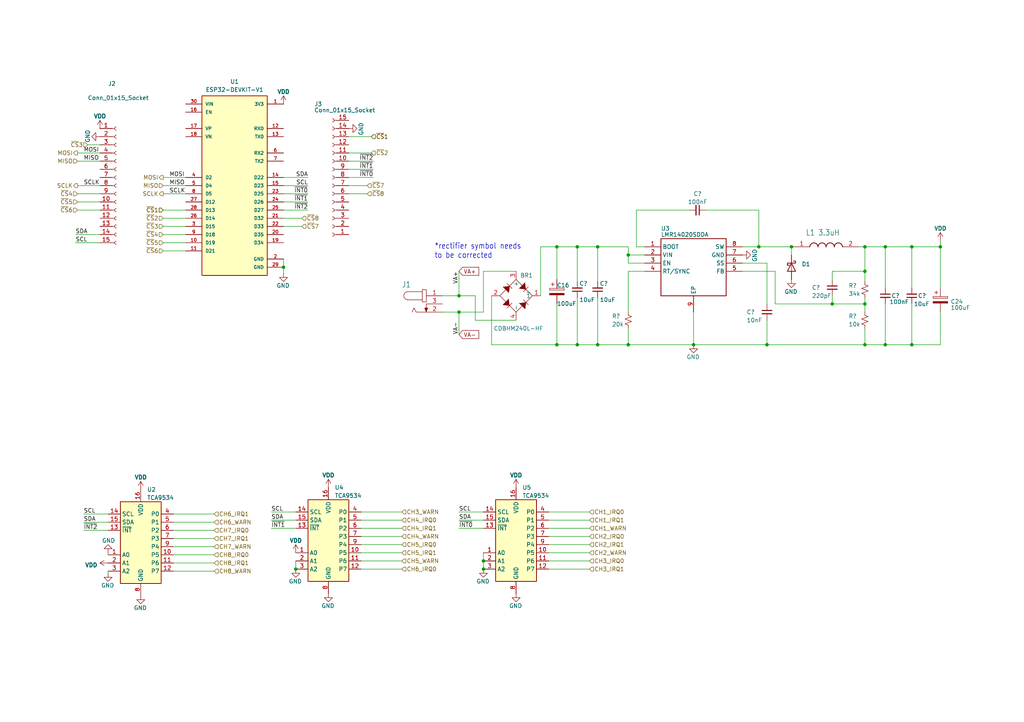
<source format=kicad_sch>
(kicad_sch (version 20230121) (generator eeschema)
  (paper "User" 318.77 224.79)
  (lib_symbols
    (symbol "6_channel_esp32_energy_meter-eagle-import:1273AS-H-3R3N=P3"
      (property "Reference" "L" (at 16.51 6.35 0))
      (symbol "1273AS-H-3R3N=P3_1_0"
        (arc (start 7.62 0) (mid 6.35 1.22) (end 5.08 0) (stroke (width 0.254)))
        (arc (start 10.16 0) (mid 8.89 1.22) (end 7.62 0) (stroke (width 0.254)))
        (arc (start 12.7 0) (mid 11.43 1.22) (end 10.16 0) (stroke (width 0.254)))
        (arc (start 15.24 0) (mid 13.97 1.22) (end 12.7 0) (stroke (width 0.254)))
        (pin power_in line (at 0 0 0) (length 5.08) (name "1") (number "1"))
        (pin power_in line (at 20.32 0 180) (length 5.08) (name "2") (number "2"))
      )
    )
    (symbol "6_channel_esp32_energy_meter-eagle-import:CDBHM240L-HF"
      (property "Reference" "BR" (at -11.43 5.08 0))
      (symbol "CDBHM240L-HF_1_0"
        (polyline (pts (xy -5.08 0) (xy 0 5.08)) (stroke (width 0.1524)))
        (polyline (pts (xy -1.27 -2.286) (xy -2.794 -3.81)) (stroke (width 0.1524)))
        (polyline (pts (xy -1.27 2.286) (xy -2.794 3.81)) (stroke (width 0.1524)))
        (polyline (pts (xy 0 -5.08) (xy -5.08 0)) (stroke (width 0.1524)))
        (polyline (pts (xy 0 5.08) (xy 5.08 0)) (stroke (width 0.1524)))
        (polyline (pts (xy 2.286 -1.27) (xy 3.81 -2.794)) (stroke (width 0.1524)))
        (polyline (pts (xy 2.286 1.27) (xy 3.81 2.794)) (stroke (width 0.1524)))
        (polyline (pts (xy 5.08 0) (xy 0 -5.08)) (stroke (width 0.1524)))
        (polyline (pts (xy -4.064 2.794) (xy -2.286 1.016) (xy -2.032 3.048)) (stroke (width 0.1524)) (fill (type outline)))
        (polyline (pts (xy -2.286 -1.016) (xy -4.064 -2.794) (xy -2.032 -3.048)) (stroke (width 0.1524)) (fill (type outline)))
        (polyline (pts (xy 1.016 -2.286) (xy 2.794 -4.064) (xy 3.048 -2.032)) (stroke (width 0.1524)) (fill (type outline)))
        (polyline (pts (xy 2.794 4.064) (xy 1.016 2.286) (xy 3.048 2.032)) (stroke (width 0.1524)) (fill (type outline)))
        (pin bidirectional line (at 7.62 0 180) (length 2.54) (name "~{1}") (number "1"))
        (pin bidirectional line (at -7.62 0 0) (length 2.54) (name "~") (number "2"))
        (pin bidirectional line (at 0 7.62 270) (length 2.54) (name "+") (number "3"))
        (pin bidirectional line (at 0 -7.62 90) (length 2.54) (name "-") (number "4"))
      )
    )
    (symbol "6_channel_esp32_energy_meter-eagle-import:LMR14020SDDA"
      (property "Reference" "IC" (at 26.67 7.62 0))
      (symbol "LMR14020SDDA_1_0"
        (polyline (pts (xy 5.08 2.54) (xy 5.08 -15.24)) (stroke (width 0.254)))
        (polyline (pts (xy 5.08 2.54) (xy 25.4 2.54)) (stroke (width 0.254)))
        (polyline (pts (xy 25.4 -15.24) (xy 5.08 -15.24)) (stroke (width 0.254)))
        (polyline (pts (xy 25.4 -15.24) (xy 25.4 2.54)) (stroke (width 0.254)))
        (pin bidirectional line (at 0 0 0) (length 5.08) (name "BOOT") (number "1"))
        (pin input line (at 0 -2.54 0) (length 5.08) (name "VIN") (number "2"))
        (pin bidirectional line (at 0 -5.08 0) (length 5.08) (name "EN") (number "3"))
        (pin bidirectional line (at 0 -7.62 0) (length 5.08) (name "RT/SYNC") (number "4"))
        (pin bidirectional line (at 30.48 -7.62 180) (length 5.08) (name "FB") (number "5"))
        (pin bidirectional line (at 30.48 -5.08 180) (length 5.08) (name "SS") (number "6"))
        (pin power_in line (at 30.48 -2.54 180) (length 5.08) (name "GND") (number "7"))
        (pin bidirectional line (at 30.48 0 180) (length 5.08) (name "SW") (number "8"))
        (pin power_in line (at 15.24 -20.32 90) (length 5.08) (name "EP") (number "9"))
      )
    )
    (symbol "Connector:Conn_01x15_Socket" (pin_names (offset 1.016) hide)
      (property "Reference" "J" (at 0 20.32 0))
      (property "Value" "Conn_01x15_Socket" (at 0 -20.32 0))
      (symbol "Conn_01x15_Socket_1_1"
        (arc (start 0 -17.272) (mid -0.5058 -17.78) (end 0 -18.288) (stroke (width 0.1524)))
        (arc (start 0 -14.732) (mid -0.5058 -15.24) (end 0 -15.748) (stroke (width 0.1524)))
        (arc (start 0 -12.192) (mid -0.5058 -12.7) (end 0 -13.208) (stroke (width 0.1524)))
        (arc (start 0 -9.652) (mid -0.5058 -10.16) (end 0 -10.668) (stroke (width 0.1524)))
        (arc (start 0 -7.112) (mid -0.5058 -7.62) (end 0 -8.128) (stroke (width 0.1524)))
        (arc (start 0 -4.572) (mid -0.5058 -5.08) (end 0 -5.588) (stroke (width 0.1524)))
        (arc (start 0 -2.032) (mid -0.5058 -2.54) (end 0 -3.048) (stroke (width 0.1524)))
        (polyline (pts (xy -1.27 -17.78) (xy -0.508 -17.78)) (stroke (width 0.1524)))
        (polyline (pts (xy -1.27 -15.24) (xy -0.508 -15.24)) (stroke (width 0.1524)))
        (polyline (pts (xy -1.27 -12.7) (xy -0.508 -12.7)) (stroke (width 0.1524)))
        (polyline (pts (xy -1.27 -10.16) (xy -0.508 -10.16)) (stroke (width 0.1524)))
        (polyline (pts (xy -1.27 -7.62) (xy -0.508 -7.62)) (stroke (width 0.1524)))
        (polyline (pts (xy -1.27 -5.08) (xy -0.508 -5.08)) (stroke (width 0.1524)))
        (polyline (pts (xy -1.27 -2.54) (xy -0.508 -2.54)) (stroke (width 0.1524)))
        (polyline (pts (xy -1.27 0) (xy -0.508 0)) (stroke (width 0.1524)))
        (polyline (pts (xy -1.27 2.54) (xy -0.508 2.54)) (stroke (width 0.1524)))
        (polyline (pts (xy -1.27 5.08) (xy -0.508 5.08)) (stroke (width 0.1524)))
        (polyline (pts (xy -1.27 7.62) (xy -0.508 7.62)) (stroke (width 0.1524)))
        (polyline (pts (xy -1.27 10.16) (xy -0.508 10.16)) (stroke (width 0.1524)))
        (polyline (pts (xy -1.27 12.7) (xy -0.508 12.7)) (stroke (width 0.1524)))
        (polyline (pts (xy -1.27 15.24) (xy -0.508 15.24)) (stroke (width 0.1524)))
        (polyline (pts (xy -1.27 17.78) (xy -0.508 17.78)) (stroke (width 0.1524)))
        (arc (start 0 0.508) (mid -0.5058 0) (end 0 -0.508) (stroke (width 0.1524)))
        (arc (start 0 3.048) (mid -0.5058 2.54) (end 0 2.032) (stroke (width 0.1524)))
        (arc (start 0 5.588) (mid -0.5058 5.08) (end 0 4.572) (stroke (width 0.1524)))
        (arc (start 0 8.128) (mid -0.5058 7.62) (end 0 7.112) (stroke (width 0.1524)))
        (arc (start 0 10.668) (mid -0.5058 10.16) (end 0 9.652) (stroke (width 0.1524)))
        (arc (start 0 13.208) (mid -0.5058 12.7) (end 0 12.192) (stroke (width 0.1524)))
        (arc (start 0 15.748) (mid -0.5058 15.24) (end 0 14.732) (stroke (width 0.1524)))
        (arc (start 0 18.288) (mid -0.5058 17.78) (end 0 17.272) (stroke (width 0.1524)))
        (pin passive line (at -5.08 17.78 0) (length 3.81) (name "Pin_1") (number "1"))
        (pin passive line (at -5.08 -5.08 0) (length 3.81) (name "Pin_10") (number "10"))
        (pin passive line (at -5.08 -7.62 0) (length 3.81) (name "Pin_11") (number "11"))
        (pin passive line (at -5.08 -10.16 0) (length 3.81) (name "Pin_12") (number "12"))
        (pin passive line (at -5.08 -12.7 0) (length 3.81) (name "Pin_13") (number "13"))
        (pin passive line (at -5.08 -15.24 0) (length 3.81) (name "Pin_14") (number "14"))
        (pin passive line (at -5.08 -17.78 0) (length 3.81) (name "Pin_15") (number "15"))
        (pin passive line (at -5.08 15.24 0) (length 3.81) (name "Pin_2") (number "2"))
        (pin passive line (at -5.08 12.7 0) (length 3.81) (name "Pin_3") (number "3"))
        (pin passive line (at -5.08 10.16 0) (length 3.81) (name "Pin_4") (number "4"))
        (pin passive line (at -5.08 7.62 0) (length 3.81) (name "Pin_5") (number "5"))
        (pin passive line (at -5.08 5.08 0) (length 3.81) (name "Pin_6") (number "6"))
        (pin passive line (at -5.08 2.54 0) (length 3.81) (name "Pin_7") (number "7"))
        (pin passive line (at -5.08 0 0) (length 3.81) (name "Pin_8") (number "8"))
        (pin passive line (at -5.08 -2.54 0) (length 3.81) (name "Pin_9") (number "9"))
      )
    )
    (symbol "Device:C_Polarized" (pin_numbers hide) (pin_names (offset 0.254))
      (property "Reference" "C" (at 0.635 2.54 0))
      (property "Value" "C_Polarized" (at 0.635 -2.54 0))
      (symbol "C_Polarized_0_1"
        (rectangle (start -2.286 0.508) (end 2.286 1.016))
        (polyline (pts (xy -1.778 2.286) (xy -0.762 2.286)))
        (polyline (pts (xy -1.27 2.794) (xy -1.27 1.778)))
        (rectangle (start 2.286 -0.508) (end -2.286 -1.016) (fill (type outline)))
      )
      (symbol "C_Polarized_1_1"
        (pin passive line (at 0 3.81 270) (length 2.794) (name "~") (number "1"))
        (pin passive line (at 0 -3.81 90) (length 2.794) (name "~") (number "2"))
      )
    )
    (symbol "Device:C_Small" (pin_numbers hide) (pin_names (offset 0.254) hide)
      (property "Reference" "C" (at 0.254 1.778 0))
      (property "Value" "C_Small" (at 0.254 -2.032 0))
      (symbol "C_Small_0_1"
        (polyline (pts (xy -1.524 -0.508) (xy 1.524 -0.508)) (stroke (width 0.3302)))
        (polyline (pts (xy -1.524 0.508) (xy 1.524 0.508)) (stroke (width 0.3048)))
      )
      (symbol "C_Small_1_1"
        (pin passive line (at 0 2.54 270) (length 2.032) (name "~") (number "1"))
        (pin passive line (at 0 -2.54 90) (length 2.032) (name "~") (number "2"))
      )
    )
    (symbol "Device:D_Schottky" (pin_numbers hide) (pin_names (offset 1.016) hide)
      (property "Reference" "D" (at 0 2.54 0))
      (property "Value" "D_Schottky" (at 0 -2.54 0))
      (symbol "D_Schottky_0_1"
        (polyline (pts (xy 1.27 0) (xy -1.27 0)))
        (polyline (pts (xy 1.27 1.27) (xy 1.27 -1.27) (xy -1.27 0) (xy 1.27 1.27)) (stroke (width 0.254)))
        (polyline (pts (xy -1.905 0.635) (xy -1.905 1.27) (xy -1.27 1.27) (xy -1.27 -1.27) (xy -0.635 -1.27) (xy -0.635 -0.635)) (stroke (width 0.254)))
      )
      (symbol "D_Schottky_1_1"
        (pin passive line (at -3.81 0 0) (length 2.54) (name "K") (number "1"))
        (pin passive line (at 3.81 0 180) (length 2.54) (name "A") (number "2"))
      )
    )
    (symbol "Device:R_Small_US" (pin_numbers hide) (pin_names (offset 0.254) hide)
      (property "Reference" "R" (at 0.762 0.508 0))
      (property "Value" "R_Small_US" (at 0.762 -1.016 0))
      (symbol "R_Small_US_1_1"
        (polyline (pts (xy 0 0) (xy 1.016 -0.381) (xy 0 -0.762) (xy -1.016 -1.143) (xy 0 -1.524)))
        (polyline (pts (xy 0 1.524) (xy 1.016 1.143) (xy 0 0.762) (xy -1.016 0.381) (xy 0 0)))
        (pin passive line (at 0 2.54 270) (length 1.016) (name "~") (number "1"))
        (pin passive line (at 0 -2.54 90) (length 1.016) (name "~") (number "2"))
      )
    )
    (symbol "Energy_Meter:ESP32-DEVKIT-V1" (pin_names (offset 1.016))
      (property "Reference" "U" (at -10.16 30.48 0))
      (property "Value" "ESP32-DEVKIT-V1" (at -10.16 -30.48 0))
      (symbol "ESP32-DEVKIT-V1_0_0"
        (rectangle (start -10.16 -27.94) (end 10.16 27.94) (stroke (width 0.254)) (fill (type background)))
        (pin output line (at 15.24 25.4 180) (length 5.08) (name "3V3") (number "1"))
        (pin bidirectional line (at -15.24 -17.78 0) (length 5.08) (name "D19") (number "10"))
        (pin bidirectional line (at -15.24 -20.32 0) (length 5.08) (name "D21") (number "11"))
        (pin input line (at 15.24 17.78 180) (length 5.08) (name "RX0") (number "12"))
        (pin output line (at 15.24 15.24 180) (length 5.08) (name "TX0") (number "13"))
        (pin bidirectional line (at 15.24 2.54 180) (length 5.08) (name "D22") (number "14"))
        (pin bidirectional line (at 15.24 0 180) (length 5.08) (name "D23") (number "15"))
        (pin input line (at -15.24 22.86 0) (length 5.08) (name "EN") (number "16"))
        (pin bidirectional line (at -15.24 17.78 0) (length 5.08) (name "VP") (number "17"))
        (pin bidirectional line (at -15.24 15.24 0) (length 5.08) (name "VN") (number "18"))
        (pin bidirectional line (at 15.24 -17.78 180) (length 5.08) (name "D34") (number "19"))
        (pin power_in line (at 15.24 -22.86 180) (length 5.08) (name "GND") (number "2"))
        (pin bidirectional line (at 15.24 -15.24 180) (length 5.08) (name "D35") (number "20"))
        (pin bidirectional line (at 15.24 -10.16 180) (length 5.08) (name "D32") (number "21"))
        (pin bidirectional line (at 15.24 -12.7 180) (length 5.08) (name "D33") (number "22"))
        (pin bidirectional line (at 15.24 -2.54 180) (length 5.08) (name "D25") (number "23"))
        (pin bidirectional line (at 15.24 -5.08 180) (length 5.08) (name "D26") (number "24"))
        (pin bidirectional line (at 15.24 -7.62 180) (length 5.08) (name "D27") (number "25"))
        (pin bidirectional line (at -15.24 -10.16 0) (length 5.08) (name "D14") (number "26"))
        (pin bidirectional line (at -15.24 -5.08 0) (length 5.08) (name "D12") (number "27"))
        (pin bidirectional line (at -15.24 -7.62 0) (length 5.08) (name "D13") (number "28"))
        (pin power_in line (at 15.24 -25.4 180) (length 5.08) (name "GND") (number "29"))
        (pin bidirectional line (at -15.24 -12.7 0) (length 5.08) (name "D15") (number "3"))
        (pin input line (at -15.24 25.4 0) (length 5.08) (name "VIN") (number "30"))
        (pin bidirectional line (at -15.24 2.54 0) (length 5.08) (name "D2") (number "4"))
        (pin bidirectional line (at -15.24 0 0) (length 5.08) (name "D4") (number "5"))
        (pin input line (at 15.24 10.16 180) (length 5.08) (name "RX2") (number "6"))
        (pin output line (at 15.24 7.62 180) (length 5.08) (name "TX2") (number "7"))
        (pin bidirectional line (at -15.24 -2.54 0) (length 5.08) (name "D5") (number "8"))
        (pin bidirectional line (at -15.24 -15.24 0) (length 5.08) (name "D18") (number "9"))
      )
    )
    (symbol "Energy_Meter:PJ-002AH-SMT-TR"
      (property "Reference" "J" (at -7.6313 5.0876 0))
      (symbol "PJ-002AH-SMT-TR_1_0"
        (arc (start -5.715 3.81) (mid -6.9795 2.54) (end -5.715 1.27) (stroke (width 0.1524)))
        (polyline (pts (xy -5.715 3.81) (xy -1.27 3.81)) (stroke (width 0.1524)))
        (polyline (pts (xy -3.81 -1.27) (xy -4.445 -2.54)) (stroke (width 0.1524)))
        (polyline (pts (xy -3.175 -2.54) (xy -3.81 -1.27)) (stroke (width 0.1524)))
        (polyline (pts (xy -1.27 0.635) (xy 0 0.635)) (stroke (width 0.1524)))
        (polyline (pts (xy -1.27 1.27) (xy -5.715 1.27)) (stroke (width 0.1524)))
        (polyline (pts (xy -1.27 1.27) (xy -1.27 0.635)) (stroke (width 0.1524)))
        (polyline (pts (xy -1.27 3.81) (xy -1.27 1.27)) (stroke (width 0.1524)))
        (polyline (pts (xy -1.27 4.445) (xy -1.27 3.81)) (stroke (width 0.1524)))
        (polyline (pts (xy 0 -2.54) (xy -3.175 -2.54)) (stroke (width 0.1524)))
        (polyline (pts (xy 0 0) (xy 0 -2.54)) (stroke (width 0.1524)))
        (polyline (pts (xy 0 0.635) (xy 0 4.445)) (stroke (width 0.1524)))
        (polyline (pts (xy 0 4.445) (xy -1.27 4.445)) (stroke (width 0.1524)))
        (polyline (pts (xy 0 -2.54) (xy -0.508 -1.27) (xy 0.508 -1.27)) (stroke (width 0.1524)) (fill (type outline)))
        (pin passive line (at 5.08 2.54 180) (length 5.08) (name "1") (number "1"))
        (pin passive line (at 5.08 2.54 180) (length 5.08) (name "1") (number "1"))
        (pin passive line (at 5.08 -2.54 180) (length 5.08) (name "2") (number "2"))
        (pin passive line (at 5.08 0 180) (length 5.08) (name "3") (number "3"))
      )
    )
    (symbol "Interface_Expansion:TCA9534"
      (property "Reference" "U" (at -6.35 12.7 0))
      (property "Value" "TCA9534" (at 2.54 12.7 0))
      (symbol "TCA9534_0_1"
        (rectangle (start -6.35 -13.97) (end 6.35 11.43) (stroke (width 0.254)) (fill (type background)))
      )
      (symbol "TCA9534_1_1"
        (pin input line (at -10.16 -5.08 0) (length 3.81) (name "A0") (number "1"))
        (pin bidirectional line (at 10.16 -5.08 180) (length 3.81) (name "P5") (number "10"))
        (pin bidirectional line (at 10.16 -7.62 180) (length 3.81) (name "P6") (number "11"))
        (pin bidirectional line (at 10.16 -10.16 180) (length 3.81) (name "P7") (number "12"))
        (pin open_collector line (at -10.16 2.54 0) (length 3.81) (name "~{INT}") (number "13"))
        (pin input line (at -10.16 7.62 0) (length 3.81) (name "SCL") (number "14"))
        (pin bidirectional line (at -10.16 5.08 0) (length 3.81) (name "SDA") (number "15"))
        (pin power_in line (at 0 15.24 270) (length 3.81) (name "VDD") (number "16"))
        (pin input line (at -10.16 -7.62 0) (length 3.81) (name "A1") (number "2"))
        (pin input line (at -10.16 -10.16 0) (length 3.81) (name "A2") (number "3"))
        (pin bidirectional line (at 10.16 7.62 180) (length 3.81) (name "P0") (number "4"))
        (pin bidirectional line (at 10.16 5.08 180) (length 3.81) (name "P1") (number "5"))
        (pin bidirectional line (at 10.16 2.54 180) (length 3.81) (name "P2") (number "6"))
        (pin bidirectional line (at 10.16 0 180) (length 3.81) (name "P3") (number "7"))
        (pin power_in line (at 0 -17.78 90) (length 3.81) (name "GND") (number "8"))
        (pin bidirectional line (at 10.16 -2.54 180) (length 3.81) (name "P4") (number "9"))
      )
    )
    (symbol "power:GND" (power) (pin_names (offset 0))
      (property "Value" "GND" (at 0 -3.81 0))
      (symbol "GND_0_1"
        (polyline (pts (xy 0 0) (xy 0 -1.27) (xy 1.27 -1.27) (xy 0 -2.54) (xy -1.27 -1.27) (xy 0 -1.27)))
      )
      (symbol "GND_1_1"
        (pin power_in line (at 0 0 270) (length 0) hide (name "GND") (number "1"))
      )
    )
    (symbol "power:VDD" (power) (pin_names (offset 0))
      (property "Value" "VDD" (at 0 3.81 0))
      (symbol "VDD_0_1"
        (polyline (pts (xy -0.762 1.27) (xy 0 2.54)))
        (polyline (pts (xy 0 0) (xy 0 2.54)))
        (polyline (pts (xy 0 2.54) (xy 0.762 1.27)))
      )
      (symbol "VDD_1_1"
        (pin power_in line (at 0 0 90) (length 0) hide (name "VDD") (number "1"))
      )
    )
  )
  (junction (at 179.705 76.835))
  (junction (at 269.24 76.835))
  (junction (at 142.875 97.155))
  (junction (at 275.59 76.835))
  (junction (at 195.58 107.315))
  (junction (at 88.265 83.185))
  (junction (at 236.22 76.835))
  (junction (at 173.355 107.315))
  (junction (at 269.24 107.315))
  (junction (at 179.705 107.315))
  (junction (at 259.08 94.615))
  (junction (at 150.495 174.625))
  (junction (at 215.9 107.315))
  (junction (at 150.495 177.165))
  (junction (at 186.055 107.315))
  (junction (at 269.24 94.615))
  (junction (at 92.075 177.165))
  (junction (at 283.845 107.315))
  (junction (at 186.055 76.835))
  (junction (at 195.58 79.375))
  (junction (at 246.38 76.835))
  (junction (at 283.845 76.835))
  (junction (at 238.76 107.315))
  (junction (at 142.875 92.075))
  (junction (at 292.735 76.835))
  (junction (at 275.59 107.315))
  (junction (at 269.24 84.455))
  (junction (at 173.355 76.835))
  (wire (pts (xy 283.845 107.315) (xy 292.735 107.315)) (stroke (width 0.1524)))
  (wire (pts (xy 88.265 85.09) (xy 88.265 83.185)))
  (wire (pts (xy 269.24 97.155) (xy 269.24 94.615)) (stroke (width 0.1524)))
  (wire (pts (xy 275.59 94.615) (xy 275.59 107.315)))
  (wire (pts (xy 50.8 73.025) (xy 57.785 73.025)))
  (wire (pts (xy 50.8 75.565) (xy 57.785 75.565)))
  (wire (pts (xy 114.3 57.785) (xy 108.585 57.785)))
  (wire (pts (xy 195.58 79.375) (xy 195.58 81.915)) (stroke (width 0.1524)))
  (wire (pts (xy 198.12 65.405) (xy 198.12 69.215)))
  (wire (pts (xy 259.08 84.455) (xy 269.24 84.455)) (stroke (width 0.1524)))
  (wire (pts (xy 50.8 78.105) (xy 57.785 78.105)))
  (wire (pts (xy 236.22 76.835) (xy 246.38 76.835)) (stroke (width 0.1524)))
  (wire (pts (xy 150.495 174.625) (xy 150.495 177.165)))
  (wire (pts (xy 112.395 164.465) (xy 125.095 164.465)))
  (wire (pts (xy 195.58 102.235) (xy 195.58 107.315)) (stroke (width 0.1524)))
  (wire (pts (xy 195.58 84.455) (xy 195.58 92.075)) (stroke (width 0.1524)))
  (wire (pts (xy 112.395 172.085) (xy 125.095 172.085)))
  (wire (pts (xy 238.76 107.315) (xy 269.24 107.315)) (stroke (width 0.1524)))
  (wire (pts (xy 269.24 76.835) (xy 267.335 76.835)))
  (wire (pts (xy 153.035 107.315) (xy 173.355 107.315)))
  (wire (pts (xy 215.9 107.315) (xy 238.76 107.315)) (stroke (width 0.1524)))
  (wire (pts (xy 142.875 159.385) (xy 150.495 159.385)))
  (wire (pts (xy 231.14 76.835) (xy 236.22 76.835)) (stroke (width 0.1524)))
  (wire (pts (xy 198.12 69.215) (xy 198.12 76.835)) (stroke (width 0.1524)))
  (wire (pts (xy 173.355 94.615) (xy 173.355 107.315)))
  (wire (pts (xy 114.3 60.325) (xy 108.585 60.325)))
  (wire (pts (xy 173.355 107.315) (xy 179.705 107.315)))
  (wire (pts (xy 50.8 55.245) (xy 57.785 55.245)))
  (wire (pts (xy 238.76 81.915) (xy 238.76 94.615)) (stroke (width 0.1524)))
  (wire (pts (xy 259.08 92.075) (xy 259.08 94.615)))
  (wire (pts (xy 26.035 160.02) (xy 33.655 160.02)))
  (wire (pts (xy 115.57 42.545) (xy 108.585 42.545)))
  (wire (pts (xy 150.495 84.455) (xy 160.655 84.455)) (stroke (width 0.1524)))
  (wire (pts (xy 179.705 92.71) (xy 179.705 94.615)))
  (wire (pts (xy 283.845 76.835) (xy 292.735 76.835)))
  (wire (pts (xy 53.975 175.26) (xy 66.675 175.26)))
  (wire (pts (xy 219.71 65.405) (xy 236.22 65.405)))
  (wire (pts (xy 170.815 159.385) (xy 183.515 159.385)))
  (wire (pts (xy 179.705 107.315) (xy 186.055 107.315)))
  (wire (pts (xy 53.975 177.8) (xy 66.675 177.8)))
  (wire (pts (xy 186.055 92.71) (xy 186.055 107.315)))
  (wire (pts (xy 170.815 177.165) (xy 183.515 177.165)))
  (wire (pts (xy 112.395 167.005) (xy 125.095 167.005)))
  (wire (pts (xy 187.325 107.315) (xy 195.58 107.315)) (stroke (width 0.1524)))
  (wire (pts (xy 50.8 57.785) (xy 57.785 57.785)))
  (wire (pts (xy 150.495 97.155) (xy 150.495 84.455)) (stroke (width 0.1524)))
  (wire (pts (xy 170.815 169.545) (xy 183.515 169.545)))
  (wire (pts (xy 88.265 65.405) (xy 95.885 65.405)))
  (wire (pts (xy 269.24 76.835) (xy 275.59 76.835)))
  (wire (pts (xy 283.845 76.835) (xy 283.845 89.535)))
  (wire (pts (xy 292.735 74.93) (xy 292.735 76.835)))
  (wire (pts (xy 92.075 174.625) (xy 92.075 177.165)))
  (wire (pts (xy 50.8 67.945) (xy 57.785 67.945)))
  (wire (pts (xy 108.585 52.705) (xy 116.205 52.705)))
  (wire (pts (xy 269.24 84.455) (xy 269.24 87.63)))
  (wire (pts (xy 269.24 76.835) (xy 269.24 84.455)))
  (wire (pts (xy 179.705 87.63) (xy 179.705 76.835)) (stroke (width 0.1524)))
  (wire (pts (xy 142.875 97.155) (xy 142.875 104.14)) (stroke (width 0.1524)))
  (wire (pts (xy 179.705 76.835) (xy 186.055 76.835)))
  (wire (pts (xy 112.395 159.385) (xy 125.095 159.385)))
  (wire (pts (xy 186.055 76.835) (xy 186.055 87.63)))
  (wire (pts (xy 53.975 170.18) (xy 66.675 170.18)))
  (wire (pts (xy 170.815 161.925) (xy 183.515 161.925)))
  (wire (pts (xy 26.035 165.1) (xy 33.655 165.1)))
  (wire (pts (xy 170.815 174.625) (xy 183.515 174.625)))
  (wire (pts (xy 115.57 47.625) (xy 108.585 47.625)))
  (wire (pts (xy 84.455 161.925) (xy 92.075 161.925)))
  (wire (pts (xy 173.355 76.835) (xy 173.355 86.995)))
  (wire (pts (xy 24.13 65.405) (xy 31.115 65.405)))
  (wire (pts (xy 195.58 107.315) (xy 215.9 107.315)) (stroke (width 0.1524)))
  (wire (pts (xy 241.3 84.455) (xy 241.3 94.615)) (stroke (width 0.1524)))
  (wire (pts (xy 153.035 92.075) (xy 153.035 107.315)) (stroke (width 0.1524)))
  (wire (pts (xy 195.58 81.915) (xy 200.66 81.915)) (stroke (width 0.1524)))
  (wire (pts (xy 93.98 67.945) (xy 88.265 67.945)))
  (wire (pts (xy 170.815 164.465) (xy 183.515 164.465)))
  (wire (pts (xy 26.035 162.56) (xy 33.655 162.56)))
  (wire (pts (xy 170.815 167.005) (xy 183.515 167.005)))
  (wire (pts (xy 33.655 172.085) (xy 33.655 172.72)))
  (wire (pts (xy 186.055 76.835) (xy 187.325 76.835)))
  (wire (pts (xy 292.735 89.535) (xy 292.735 76.835)))
  (wire (pts (xy 275.59 76.835) (xy 283.845 76.835)))
  (wire (pts (xy 241.3 94.615) (xy 259.08 94.615)) (stroke (width 0.1524)))
  (wire (pts (xy 24.13 60.325) (xy 31.115 60.325)))
  (wire (pts (xy 259.08 84.455) (xy 259.08 86.995)))
  (wire (pts (xy 95.885 57.785) (xy 88.265 57.785)))
  (wire (pts (xy 283.845 94.615) (xy 283.845 107.315)))
  (wire (pts (xy 269.24 107.315) (xy 275.59 107.315)) (stroke (width 0.1524)))
  (wire (pts (xy 95.885 55.245) (xy 88.265 55.245)))
  (wire (pts (xy 50.8 60.325) (xy 57.785 60.325)))
  (wire (pts (xy 292.735 107.315) (xy 292.735 97.155)) (stroke (width 0.1524)))
  (wire (pts (xy 168.275 92.075) (xy 168.275 76.835)) (stroke (width 0.1524)))
  (wire (pts (xy 170.815 172.085) (xy 183.515 172.085)))
  (wire (pts (xy 236.22 65.405) (xy 236.22 69.215)))
  (wire (pts (xy 93.98 70.485) (xy 88.265 70.485)))
  (wire (pts (xy 84.455 159.385) (xy 92.075 159.385)))
  (wire (pts (xy 24.13 50.165) (xy 31.115 50.165)))
  (wire (pts (xy 24.13 57.785) (xy 31.115 57.785)))
  (wire (pts (xy 147.955 92.075) (xy 147.955 99.695)) (stroke (width 0.1524)))
  (wire (pts (xy 137.795 97.155) (xy 142.875 97.155)) (stroke (width 0.1524)))
  (wire (pts (xy 187.325 76.835) (xy 195.58 76.835)) (stroke (width 0.1524)))
  (wire (pts (xy 269.24 92.71) (xy 269.24 94.615)))
  (wire (pts (xy 236.22 76.835) (xy 236.22 69.215)) (stroke (width 0.1524)))
  (wire (pts (xy 173.355 76.835) (xy 179.705 76.835)) (stroke (width 0.1524)))
  (wire (pts (xy 150.495 172.085) (xy 150.495 174.625)))
  (wire (pts (xy 23.495 75.565) (xy 31.115 75.565)))
  (wire (pts (xy 142.875 164.465) (xy 150.495 164.465)))
  (wire (pts (xy 53.975 162.56) (xy 66.675 162.56)))
  (wire (pts (xy 195.58 92.075) (xy 195.58 97.155)))
  (wire (pts (xy 23.495 73.025) (xy 31.115 73.025)))
  (wire (pts (xy 112.395 174.625) (xy 125.095 174.625)))
  (wire (pts (xy 24.13 47.625) (xy 31.115 47.625)))
  (wire (pts (xy 27.305 45.085) (xy 31.115 45.085)))
  (wire (pts (xy 112.395 177.165) (xy 125.095 177.165)))
  (wire (pts (xy 198.12 76.835) (xy 200.66 76.835)) (stroke (width 0.1524)))
  (wire (pts (xy 269.24 102.235) (xy 269.24 107.315)))
  (wire (pts (xy 53.975 167.64) (xy 66.675 167.64)))
  (wire (pts (xy 214.63 65.405) (xy 198.12 65.405)))
  (wire (pts (xy 142.875 161.925) (xy 150.495 161.925)))
  (wire (pts (xy 142.875 97.155) (xy 150.495 97.155)) (stroke (width 0.1524)))
  (wire (pts (xy 84.455 164.465) (xy 92.075 164.465)))
  (wire (pts (xy 108.585 55.245) (xy 116.205 55.245)))
  (wire (pts (xy 275.59 107.315) (xy 283.845 107.315)) (stroke (width 0.1524)))
  (wire (pts (xy 259.08 94.615) (xy 269.24 94.615)) (stroke (width 0.1524)))
  (wire (pts (xy 246.38 76.835) (xy 247.015 76.835)) (stroke (width 0.1524)))
  (wire (pts (xy 246.38 76.835) (xy 246.38 79.375)) (stroke (width 0.1524)))
  (wire (pts (xy 50.8 70.485) (xy 57.785 70.485)))
  (wire (pts (xy 195.58 76.835) (xy 195.58 79.375)) (stroke (width 0.1524)))
  (wire (pts (xy 88.265 62.865) (xy 95.885 62.865)))
  (wire (pts (xy 24.13 62.865) (xy 31.115 62.865)))
  (wire (pts (xy 238.76 99.695) (xy 238.76 102.235)))
  (wire (pts (xy 88.265 80.645) (xy 88.265 83.185)))
  (wire (pts (xy 231.14 84.455) (xy 241.3 84.455)) (stroke (width 0.1524)))
  (wire (pts (xy 108.585 50.165) (xy 116.205 50.165)))
  (wire (pts (xy 179.705 94.615) (xy 179.705 107.315)) (stroke (width 0.1524)))
  (wire (pts (xy 168.275 76.835) (xy 173.355 76.835)) (stroke (width 0.1524)))
  (wire (pts (xy 238.76 102.235) (xy 238.76 107.315)) (stroke (width 0.1524)))
  (wire (pts (xy 53.975 165.1) (xy 66.675 165.1)))
  (wire (pts (xy 88.265 60.325) (xy 95.885 60.325)))
  (wire (pts (xy 112.395 169.545) (xy 125.095 169.545)))
  (wire (pts (xy 195.58 79.375) (xy 200.66 79.375)) (stroke (width 0.1524)))
  (wire (pts (xy 186.055 107.315) (xy 187.325 107.315)))
  (wire (pts (xy 147.955 99.695) (xy 160.655 99.695)) (stroke (width 0.1524)))
  (wire (pts (xy 215.9 97.155) (xy 215.9 107.315)) (stroke (width 0.1524)))
  (wire (pts (xy 50.8 65.405) (xy 57.785 65.405)))
  (wire (pts (xy 53.975 160.02) (xy 66.675 160.02)))
  (wire (pts (xy 33.655 178.435) (xy 33.655 177.8)))
  (wire (pts (xy 142.875 92.075) (xy 147.955 92.075)) (stroke (width 0.1524)))
  (wire (pts (xy 137.795 92.075) (xy 142.875 92.075)))
  (wire (pts (xy 112.395 161.925) (xy 125.095 161.925)))
  (wire (pts (xy 275.59 76.835) (xy 275.59 89.535)))
  (wire (pts (xy 142.875 92.075) (xy 142.875 84.455)) (stroke (width 0.1524)))
  (wire (pts (xy 200.66 84.455) (xy 195.58 84.455)) (stroke (width 0.1524)))
  (wire (pts (xy 231.14 81.915) (xy 238.76 81.915)) (stroke (width 0.1524)))
  (wire (pts (xy 53.975 172.72) (xy 66.675 172.72)))
  (text "*rectifier symbol needs\nto be corrected" (at 135.255 80.645 0) (effects (font (size 1.778 1.5113)) (justify left bottom)))
  (label "SDA" (at 95.885 55.245 180))
  (label "~{INT1}" (at 84.455 164.465 0))
  (label "MISO" (at 26.035 50.165 0))
  (label "MOSI" (at 26.035 47.625 0))
  (label "~{INT2}" (at 95.885 65.405 180))
  (label "~{INT0}" (at 116.205 55.245 180))
  (label "SCL" (at 142.875 159.385 0))
  (label "~{INT2}" (at 26.035 165.1 0))
  (label "SCL" (at 23.495 75.565 0))
  (label "SDA" (at 23.495 73.025 0))
  (label "SCL" (at 26.035 160.02 0))
  (label "MISO" (at 52.705 57.785 0))
  (label "MOSI" (at 52.705 55.245 0))
  (label "SCL" (at 84.455 159.385 0))
  (label "~{INT0}" (at 142.875 164.465 0))
  (label "SDA" (at 26.035 162.56 0))
  (label "~{INT1}" (at 95.885 62.865 180))
  (label "SCLK" (at 52.705 60.325 0))
  (label "~{INT1}" (at 116.205 52.705 180))
  (label "SCLK" (at 26.035 57.785 0))
  (label "~{INT2}" (at 116.205 50.165 180))
  (label "VA+" (at 142.875 84.455 270))
  (label "VA-" (at 142.875 104.14 90))
  (label "SDA" (at 84.455 161.925 0))
  (label "SDA" (at 142.875 161.925 0))
  (label "SCL" (at 95.885 57.785 180))
  (label "~{INT0}" (at 95.885 60.325 180))
  (global_label "VA-" (shape input) (at 142.875 104.14 0) (property "Intersheetrefs" "${INTERSHEET_REFS}" (effects hide)))
  (global_label "VA+" (shape input) (at 142.875 84.455 0) (property "Intersheetrefs" "${INTERSHEET_REFS}" (effects hide)))
  (hierarchical_label "CH1_IRQ0" (shape input) (at 183.515 159.385 0))
  (hierarchical_label "CH2_IRQ0" (shape input) (at 183.515 167.005 0))
  (hierarchical_label "MOSI" (shape output) (at 24.13 47.625 180))
  (hierarchical_label "~{CS}5" (shape input) (at 50.8 75.565 180))
  (hierarchical_label "MISO" (shape input) (at 50.8 57.785 180))
  (hierarchical_label "~{CS}4" (shape input) (at 24.13 60.325 180))
  (hierarchical_label "~{CS}6" (shape input) (at 24.13 65.405 180))
  (hierarchical_label "~{CS}1" (shape input) (at 50.8 65.405 180))
  (hierarchical_label "CH4_WARN" (shape input) (at 125.095 167.005 0))
  (hierarchical_label "CH1_WARN" (shape input) (at 183.515 164.465 0))
  (hierarchical_label "~{CS}1" (shape input) (at 50.8 65.405 180))
  (hierarchical_label "~{CS}3" (shape input) (at 27.305 45.085 180))
  (hierarchical_label "~{CS}7" (shape input) (at 93.98 70.485 0))
  (hierarchical_label "CH8_WARN" (shape input) (at 66.675 177.8 0))
  (hierarchical_label "CH7_IRQ1" (shape input) (at 66.675 167.64 0))
  (hierarchical_label "CH5_WARN" (shape input) (at 125.095 174.625 0))
  (hierarchical_label "CH7_IRQ0" (shape input) (at 66.675 165.1 0))
  (hierarchical_label "~{CS}4" (shape input) (at 50.8 73.025 180))
  (hierarchical_label "MOSI" (shape output) (at 50.8 55.245 180))
  (hierarchical_label "CH8_IRQ0" (shape input) (at 66.675 172.72 0))
  (hierarchical_label "SCLK" (shape output) (at 50.8 60.325 180))
  (hierarchical_label "CH4_IRQ1" (shape input) (at 125.095 164.465 0))
  (hierarchical_label "~{CS}1" (shape input) (at 115.57 42.545 0))
  (hierarchical_label "CH3_WARN" (shape input) (at 125.095 159.385 0))
  (hierarchical_label "CH4_IRQ0" (shape input) (at 125.095 161.925 0))
  (hierarchical_label "CH3_IRQ1" (shape input) (at 183.515 177.165 0))
  (hierarchical_label "~{CS}3" (shape input) (at 50.8 70.485 180))
  (hierarchical_label "MISO" (shape input) (at 24.13 50.165 180))
  (hierarchical_label "~{CS}8" (shape input) (at 114.3 60.325 0))
  (hierarchical_label "~{CS}2" (shape input) (at 115.57 47.625 0))
  (hierarchical_label "~{CS}5" (shape input) (at 24.13 62.865 180))
  (hierarchical_label "CH5_IRQ0" (shape input) (at 125.095 169.545 0))
  (hierarchical_label "CH2_IRQ1" (shape input) (at 183.515 169.545 0))
  (hierarchical_label "~{CS}1" (shape input) (at 115.57 42.545 0))
  (hierarchical_label "SCLK" (shape output) (at 24.13 57.785 180))
  (hierarchical_label "CH5_IRQ1" (shape input) (at 125.095 172.085 0))
  (hierarchical_label "~{CS}6" (shape input) (at 50.8 78.105 180))
  (hierarchical_label "CH2_WARN" (shape input) (at 183.515 172.085 0))
  (hierarchical_label "CH8_IRQ1" (shape input) (at 66.675 175.26 0))
  (hierarchical_label "CH7_WARN" (shape input) (at 66.675 170.18 0))
  (hierarchical_label "~{CS}8" (shape input) (at 93.98 67.945 0))
  (hierarchical_label "CH1_IRQ1" (shape input) (at 183.515 161.925 0))
  (hierarchical_label "CH6_WARN" (shape input) (at 66.675 162.56 0))
  (hierarchical_label "CH6_IRQ1" (shape input) (at 66.675 160.02 0))
  (hierarchical_label "CH3_IRQ0" (shape input) (at 183.515 174.625 0))
  (hierarchical_label "~{CS}7" (shape input) (at 114.3 57.785 0))
  (hierarchical_label "~{CS}2" (shape input) (at 50.8 67.945 180))
  (hierarchical_label "CH6_IRQ0" (shape input) (at 125.095 177.165 0))
  (symbol (lib_id "Device:C_Small") (at 186.055 90.17 180) (unit 1)
    (property "Reference" "C?" (at 186.69 88.265 0) (effects (justify right)))
    (property "Value" "10uF" (at 186.69 93.345 0) (effects (justify right)))
    (property "Footprint" "Capacitor_SMD:C_0805_2012Metric" (effects hide))
    (property "Manufacturer" "Samsung Electro-Mechanics" (effects hide))
    (property "Manufacturer P/N" "CL21A106KAYNNNG" (effects hide))
    (property "Supplier" "Digikey" (effects hide))
    (property "Supplier P/N" "1276-6454-1-ND" (effects hide))
    (instances (project "24_channel_esp32_energy_meter" (path "" (reference "C?") (unit 1)) (path "" (reference "C18") (unit 1))))
  )
  (symbol (lib_id "Device:C_Small") (at 259.08 89.535 0) (unit 1)
    (property "Reference" "C?" (at 252.73 89.535 0) (effects (justify left)))
    (property "Value" "220pF" (at 252.73 92.075 0) (effects (justify left)))
    (property "Footprint" "Capacitor_SMD:C_0603_1608Metric" (effects hide))
    (property "Manufacturer" "Samsung Electro-Mechanics" (effects hide))
    (property "Manufacturer P/N" "CL10C221JB8NNNC" (effects hide))
    (property "Supplier" "Digikey" (effects hide))
    (property "Supplier P/N" "1276-1048-1-ND" (effects hide))
    (instances (project "24_channel_esp32_energy_meter" (path "" (reference "C?") (unit 1)) (path "" (reference "C21") (unit 1))))
  )
  (symbol (lib_id "power:VDD") (at 88.265 32.385 0) (unit 1)
    (property "Reference" "#PWR?" (effects hide))
    (property "Value" "VDD" (at 88.265 28.575 0) (effects (font bold)))
    (instances (project "24_channel_esp32_energy_meter" (path "" (reference "#PWR?") (unit 1)) (path "" (reference "#PWR016") (unit 1))))
  )
  (symbol (lib_id "power:VDD") (at 102.235 151.765 0) (unit 1)
    (property "Reference" "#PWR?" (effects hide))
    (property "Value" "VDD" (at 102.235 147.955 0) (effects (font bold)))
    (instances (project "24_channel_esp32_energy_meter" (path "" (reference "#PWR?") (unit 1)) (path "" (reference "#PWR025") (unit 1))))
  )
  (symbol (lib_id "Device:C_Small") (at 275.59 92.075 0) (unit 1)
    (property "Reference" "C?" (at 277.495 92.075 0) (effects (justify left)))
    (property "Value" "100nF" (at 276.86 93.98 0) (effects (justify left)))
    (property "Footprint" "Capacitor_SMD:C_0603_1608Metric" (effects hide))
    (property "Manufacturer" "Samsung Electro-Mechanics" (effects hide))
    (property "Manufacturer P/N" "CL10B104KB8NNWC" (effects hide))
    (property "Supplier" "Digikey" (effects hide))
    (property "Supplier P/N" "1276-1935-1-ND" (effects hide))
    (instances (project "24_channel_esp32_energy_meter" (path "" (reference "C?") (unit 1)) (path "" (reference "C22") (unit 1))))
  )
  (symbol (lib_id "6_channel_esp32_energy_meter-eagle-import:1273AS-H-3R3N=P3") (at 247.015 76.835 0) (unit 1)
    (property "Reference" "L1" (at 250.825 72.39 0) (effects (font (size 1.778 1.5113)) (justify left)))
    (property "Value" "3.3uH" (at 254.635 72.39 0) (effects (font (size 1.778 1.5113)) (justify left)))
    (property "Footprint" "Energy_Meter:IND_TAIYO_NRS5020_TAY" (effects hide))
    (property "Supplier" "Digikey" (effects hide))
    (property "Supplier P/N" "587-2406-1-ND" (effects hide))
    (property "Manufacturer" "Taiyo Yuden" (effects hide))
    (property "Manufacturer P/N" "NRS5020T3R3NMGJ" (effects hide))
  )
  (symbol (lib_id "Device:R_Small_US") (at 269.24 99.695 0) (unit 1)
    (property "Reference" "R?" (at 264.16 98.425 0) (effects (justify left)))
    (property "Value" "10k" (at 264.16 100.965 0) (effects (justify left)))
    (property "Footprint" "Resistor_SMD:R_0603_1608Metric" (effects hide))
    (property "Manufacturer" "Stackpole Electronics Inc" (effects hide))
    (property "Manufacturer P/N" "RMCF0603FT10K0" (effects hide))
    (property "Supplier" "Digikey" (effects hide))
    (property "Supplier P/N" "RMCF0603FT10K0CT-ND" (effects hide))
    (instances (project "24_channel_esp32_energy_meter" (path "" (reference "R?") (unit 1)) (path "" (reference "R24") (unit 1))))
  )
  (symbol (lib_id "power:VDD") (at 43.815 152.4 0) (unit 1)
    (property "Reference" "#PWR?" (effects hide))
    (property "Value" "VDD" (at 43.815 148.59 0) (effects (font bold)))
    (instances (project "24_channel_esp32_energy_meter" (path "" (reference "#PWR?") (unit 1)) (path "" (reference "#PWR021") (unit 1))))
  )
  (symbol (lib_id "Connector:Conn_01x15_Socket") (at 103.505 55.245 180) (unit 1)
    (property "Reference" "J3" (at 99.06 32.385 0))
    (property "Value" "Conn_01x15_Socket" (at 107.315 34.29 0))
    (property "Footprint" "Connector_PinSocket_2.54mm:PinSocket_1x15_P2.54mm_Vertical" (effects hide))
    (property "Manufacturer" "Sullins Connector Solutions" (effects hide))
    (property "Manufacturer P/N" "PPTC151LFBN-RC" (effects hide))
    (property "Supplier" "Digikey" (effects hide))
    (property "Supplier P/N" "S7013-ND" (effects hide))
  )
  (symbol (lib_id "Interface_Expansion:TCA9534") (at 43.815 167.64 0) (unit 1)
    (property "Reference" "U2" (at 45.7709 152.4 0) (effects (justify left)))
    (property "Value" "TCA9534" (at 45.7709 154.94 0) (effects (justify left)))
    (property "Footprint" "Package_SO:SSOP-16_4.4x5.2mm_P0.65mm" (effects hide))
    (property "Datasheet" "http://www.ti.com/lit/ds/symlink/tca9534.pdf" (effects hide))
    (property "Manufacturer" "Texas Instruments" (effects hide))
    (property "Manufacturer P/N" "TCA9534PWR" (effects hide))
    (property "Supplier" "Digikey" (effects hide))
    (property "Supplier P/N" "296-40574-1-ND" (effects hide))
  )
  (symbol (lib_id "Energy_Meter:ESP32-DEVKIT-V1") (at 73.025 57.785 0) (unit 1) (in_bom no)
    (property "Reference" "U1" (at 73.025 25.4 0))
    (property "Value" "ESP32-DEVKIT-V1" (at 73.025 27.94 0))
    (property "Footprint" "Energy_Meter:MODULE_ESP32_DEVKIT_V1" (effects hide))
    (property "MAXIMUM_PACKAGE_HEIGHT" "6.8 mm" (effects hide))
    (property "PARTREV" "N/A" (effects hide))
    (property "MANUFACTURER" "DOIT" (effects hide))
    (property "STANDARD" "Manufacturer Recommendations" (effects hide))
  )
  (symbol (lib_id "power:GND") (at 102.235 184.785 0) (unit 1)
    (property "Reference" "#PWR?" (effects hide))
    (property "Value" "GND" (at 104.14 188.595 0) (effects (justify right)))
    (instances (project "24_channel_esp32_energy_meter" (path "" (reference "#PWR?") (unit 1)) (path "" (reference "#PWR026") (unit 1))))
  )
  (symbol (lib_id "Device:R_Small_US") (at 195.58 99.695 0) (unit 1)
    (property "Reference" "R?" (at 190.5 98.425 0) (effects (justify left)))
    (property "Value" "20k" (at 190.5 100.965 0) (effects (justify left)))
    (property "Footprint" "Resistor_SMD:R_0603_1608Metric" (effects hide))
    (property "Manufacturer" "YAGEO" (effects hide))
    (property "Manufacturer P/N" "RC0603FR-0720KL" (effects hide))
    (property "Supplier" "Digikey" (effects hide))
    (property "Supplier P/N" "311-20.0KHRCT-ND" (effects hide))
    (instances (project "24_channel_esp32_energy_meter" (path "" (reference "R?") (unit 1)) (path "" (reference "R22") (unit 1))))
  )
  (symbol (lib_id "power:GND") (at 150.495 177.165 0) (unit 1)
    (property "Reference" "#PWR?" (effects hide))
    (property "Value" "GND" (at 152.4 180.975 0) (effects (justify right)))
    (instances (project "24_channel_esp32_energy_meter" (path "" (reference "#PWR?") (unit 1)) (path "" (reference "#PWR030") (unit 1))))
  )
  (symbol (lib_id "power:GND") (at 88.265 85.09 0) (unit 1)
    (property "Reference" "#PWR?" (effects hide))
    (property "Value" "GND" (at 90.17 88.9 0) (effects (justify right)))
    (instances (project "24_channel_esp32_energy_meter" (path "" (reference "#PWR?") (unit 1)) (path "" (reference "#PWR017") (unit 1))))
  )
  (symbol (lib_id "6_channel_esp32_energy_meter-eagle-import:LMR14020SDDA") (at 200.66 76.835 0) (unit 1)
    (property "Reference" "U3" (at 205.74 71.12 0) (effects (justify left)))
    (property "Value" "LMR14020SDDA" (at 205.74 73.025 0) (effects (justify left)))
    (property "Footprint" "Package_SO:HSOP-8-1EP_3.9x4.9mm_P1.27mm_EP2.41x3.1mm" (effects hide))
    (property "Manufacturer" "Texas Instruments" (effects hide))
    (property "Manufacturer P/N" "LMR14020SDDA" (effects hide))
    (property "Supplier" "Digikey" (effects hide))
    (property "Supplier P/N" "296-41101-5-ND" (effects hide))
  )
  (symbol (lib_id "power:GND") (at 31.115 42.545 270) (unit 1)
    (property "Reference" "#PWR?" (effects hide))
    (property "Value" "GND" (at 27.305 44.45 0) (effects (justify right)))
    (instances (project "24_channel_esp32_energy_meter" (path "" (reference "#PWR?") (unit 1)) (path "" (reference "#PWR0150") (unit 1))))
  )
  (symbol (lib_id "Interface_Expansion:TCA9534") (at 102.235 167.005 0) (unit 1)
    (property "Reference" "U4" (at 104.1909 151.765 0) (effects (justify left)))
    (property "Value" "TCA9534" (at 104.1909 154.305 0) (effects (justify left)))
    (property "Footprint" "Package_SO:SSOP-16_4.4x5.2mm_P0.65mm" (effects hide))
    (property "Datasheet" "http://www.ti.com/lit/ds/symlink/tca9534.pdf" (effects hide))
    (property "Manufacturer" "Texas Instruments" (effects hide))
    (property "Manufacturer P/N" "TCA9534PWR" (effects hide))
    (property "Supplier" "Digikey" (effects hide))
    (property "Supplier P/N" "296-40574-1-ND" (effects hide))
  )
  (symbol (lib_id "Device:R_Small_US") (at 269.24 90.17 0) (unit 1)
    (property "Reference" "R?" (at 264.16 88.9 0) (effects (justify left)))
    (property "Value" "34k" (at 264.16 91.44 0) (effects (justify left)))
    (property "Footprint" "Resistor_SMD:R_0603_1608Metric" (effects hide))
    (property "Manufacturer P/N" "RC0603FR-0734KL" (effects hide))
    (property "Supplier" "Digikey" (effects hide))
    (property "Supplier P/N" "311-34.0KHRCT-ND" (effects hide))
    (instances (project "24_channel_esp32_energy_meter" (path "" (reference "R?") (unit 1)) (path "" (reference "R23") (unit 1))))
  )
  (symbol (lib_id "power:GND") (at 33.655 172.085 180) (unit 1)
    (property "Reference" "#PWR?" (effects hide))
    (property "Value" "GND" (at 31.75 168.275 0) (effects (justify right)))
    (instances (project "24_channel_esp32_energy_meter" (path "" (reference "#PWR?") (unit 1)) (path "" (reference "#PWR018") (unit 1))))
  )
  (symbol (lib_id "power:GND") (at 108.585 40.005 90) (unit 1)
    (property "Reference" "#PWR?" (effects hide))
    (property "Value" "GND" (at 112.395 38.1 0) (effects (justify right)))
    (instances (project "24_channel_esp32_energy_meter" (path "" (reference "#PWR?") (unit 1)) (path "" (reference "#PWR0151") (unit 1))))
  )
  (symbol (lib_id "Device:C_Polarized") (at 173.355 90.805 0) (unit 1)
    (property "Reference" "C16" (at 173.355 89.535 0) (effects (justify left bottom)))
    (property "Value" "100uF" (at 173.355 95.25 0) (effects (justify left bottom)))
    (property "Footprint" "Capacitor_SMD:CP_Elec_6.3x9.9" (effects hide))
    (property "Supplier" "Digikey" (effects hide))
    (property "Supplier P/N" "1189-1620-1-ND" (effects hide))
    (property "Manufacturer" "Rubycon" (effects hide))
    (property "Manufacturer P/N" "35TZV100M6.3X8" (effects hide))
  )
  (symbol (lib_id "Device:C_Small") (at 217.17 65.405 270) (unit 1)
    (property "Reference" "C?" (at 217.1636 60.325 90))
    (property "Value" "100nF" (at 217.1636 62.865 90))
    (property "Footprint" "Capacitor_SMD:C_0603_1608Metric" (effects hide))
    (property "Manufacturer" "Samsung Electro-Mechanics" (effects hide))
    (property "Manufacturer P/N" "CL10B104KB8NNWC" (effects hide))
    (property "Supplier" "Digikey" (effects hide))
    (property "Supplier P/N" "1276-1935-1-ND" (effects hide))
    (instances (project "24_channel_esp32_energy_meter" (path "" (reference "C?") (unit 1)) (path "" (reference "C19") (unit 1))))
  )
  (symbol (lib_id "power:VDD") (at 292.735 74.93 0) (unit 1)
    (property "Reference" "#PWR?" (effects hide))
    (property "Value" "VDD" (at 292.735 71.12 0) (effects (font bold)))
    (instances (project "24_channel_esp32_energy_meter" (path "" (reference "#PWR?") (unit 1)) (path "" (reference "#PWR033") (unit 1))))
  )
  (symbol (lib_id "power:VDD") (at 31.115 40.005 0) (unit 1)
    (property "Reference" "#PWR?" (effects hide))
    (property "Value" "VDD" (at 31.115 36.195 0) (effects (font bold)))
    (instances (project "24_channel_esp32_energy_meter" (path "" (reference "#PWR?") (unit 1)) (path "" (reference "#PWR0149") (unit 1))))
  )
  (symbol (lib_id "Device:C_Small") (at 179.705 90.17 180) (unit 1)
    (property "Reference" "C?" (at 180.34 88.265 0) (effects (justify right)))
    (property "Value" "10uF" (at 180.34 93.345 0) (effects (justify right)))
    (property "Footprint" "Capacitor_SMD:C_0805_2012Metric" (effects hide))
    (property "Manufacturer" "Samsung Electro-Mechanics" (effects hide))
    (property "Manufacturer P/N" "CL21A106KAYNNNG" (effects hide))
    (property "Supplier" "Digikey" (effects hide))
    (property "Supplier P/N" "1276-6454-1-ND" (effects hide))
    (instances (project "24_channel_esp32_energy_meter" (path "" (reference "C?") (unit 1)) (path "" (reference "C17") (unit 1))))
  )
  (symbol (lib_id "Connector:Conn_01x15_Socket") (at 36.195 57.785 0) (unit 1)
    (property "Reference" "J2" (at 33.655 26.035 0) (effects (justify left)))
    (property "Value" "Conn_01x15_Socket" (at 27.305 30.48 0) (effects (justify left)))
    (property "Footprint" "Connector_PinSocket_2.54mm:PinSocket_1x15_P2.54mm_Vertical" (effects hide))
    (property "Manufacturer" "Sullins Connector Solutions" (effects hide))
    (property "Manufacturer P/N" "PPTC151LFBN-RC" (effects hide))
    (property "Supplier" "Digikey" (effects hide))
    (property "Supplier P/N" "S7013-ND" (effects hide))
  )
  (symbol (lib_id "Device:D_Schottky") (at 246.38 83.185 270) (unit 1)
    (property "Reference" "D1" (at 249.555 82.2325 90) (effects (justify left)))
    (property "Value" "D_Schottky" (effects hide))
    (property "Footprint" "Diode_SMD:D_SMA" (effects hide))
    (property "Supplier" "Digikey" (effects hide))
    (property "Supplier P/N" "3191-SS34ACT-ND" (effects hide))
    (property "Manufacturer" "Yangzhou Yangjie Electronic Technology Co.,Ltd" (effects hide))
    (property "Manufacturer P/N" "SS34A" (effects hide))
  )
  (symbol (lib_id "power:VDD") (at 92.075 172.085 0) (unit 1)
    (property "Reference" "#PWR?" (effects hide))
    (property "Value" "VDD" (at 92.075 168.275 0) (effects (font bold)))
    (instances (project "24_channel_esp32_energy_meter" (path "" (reference "#PWR?") (unit 1)) (path "" (reference "#PWR023") (unit 1))))
  )
  (symbol (lib_id "power:GND") (at 215.9 107.315 0) (unit 1)
    (property "Reference" "#PWR?" (effects hide))
    (property "Value" "GND" (at 217.805 111.125 0) (effects (justify right)))
    (instances (project "24_channel_esp32_energy_meter" (path "" (reference "#PWR?") (unit 1)) (path "" (reference "#PWR027") (unit 1))))
  )
  (symbol (lib_id "Device:C_Small") (at 238.76 97.155 0) (unit 1)
    (property "Reference" "C?" (at 232.41 97.155 0) (effects (justify left)))
    (property "Value" "10nF" (at 232.41 99.695 0) (effects (justify left)))
    (property "Footprint" "Capacitor_SMD:C_0603_1608Metric" (effects hide))
    (property "Manufacturer" "Murata Electronics" (effects hide))
    (property "Manufacturer P/N" "GRT1885C1E103JA02J" (effects hide))
    (property "Supplier" "Digikey" (effects hide))
    (property "Supplier P/N" "490-GRT1885C1E103JA02JCT-ND" (effects hide))
    (instances (project "24_channel_esp32_energy_meter" (path "" (reference "C?") (unit 1)) (path "" (reference "C20") (unit 1))))
  )
  (symbol (lib_id "Device:C_Small") (at 283.845 92.075 180) (unit 1)
    (property "Reference" "C?" (at 285.75 92.075 0) (effects (justify right)))
    (property "Value" "10uF" (at 284.48 94.615 0) (effects (justify right)))
    (property "Footprint" "Capacitor_SMD:C_0805_2012Metric" (effects hide))
    (property "Manufacturer" "Samsung Electro-Mechanics" (effects hide))
    (property "Manufacturer P/N" "CL21A106KAYNNNG" (effects hide))
    (property "Supplier" "Digikey" (effects hide))
    (property "Supplier P/N" "1276-6454-1-ND" (effects hide))
    (instances (project "24_channel_esp32_energy_meter" (path "" (reference "C?") (unit 1)) (path "" (reference "C23") (unit 1))))
  )
  (symbol (lib_id "Energy_Meter:PJ-002AH-SMT-TR") (at 132.715 94.615 0) (unit 1)
    (property "Reference" "J1" (at 125.0836 89.5274 0) (effects (font (size 1.7806 1.5135)) (justify left bottom)))
    (property "Value" "PJ-002AH-SMT-TR" (effects hide))
    (property "Footprint" "Connector_BarrelJack:BarrelJack_CLIFF_FC681465S_SMT_Horizontal" (effects hide))
    (property "Manufacturer" "CUI Devices" (effects hide))
    (property "Manufacturer P/N" "PJ-002AH-SMT-TR" (effects hide))
    (property "Supplier" "Digikey" (effects hide))
    (property "Supplier P/N" "CP-002AHPJCT-ND" (effects hide))
  )
  (symbol (lib_id "Device:C_Polarized") (at 292.735 93.345 0) (unit 1)
    (property "Reference" "C24" (at 295.91 94.615 0) (effects (justify left bottom)))
    (property "Value" "100uF" (at 295.91 96.52 0) (effects (justify left bottom)))
    (property "Footprint" "Capacitor_SMD:CP_Elec_6.3x9.9" (effects hide))
    (property "Supplier" "Digikey" (effects hide))
    (property "Supplier P/N" "1189-1620-1-ND" (effects hide))
    (property "Manufacturer" "Rubycon" (effects hide))
    (property "Manufacturer P/N" "35TZV100M6.3X8" (effects hide))
  )
  (symbol (lib_id "power:GND") (at 246.38 86.995 0) (unit 1)
    (property "Reference" "#PWR?" (effects hide))
    (property "Value" "GND" (at 248.285 90.805 0) (effects (justify right)))
    (instances (project "24_channel_esp32_energy_meter" (path "" (reference "#PWR?") (unit 1)) (path "" (reference "#PWR029") (unit 1))))
  )
  (symbol (lib_id "6_channel_esp32_energy_meter-eagle-import:CDBHM240L-HF") (at 160.655 92.075 0) (unit 1)
    (property "Reference" "BR1" (at 161.925 85.725 0) (effects (justify left)))
    (property "Value" "CDBHM240L-HF" (at 153.67 102.235 0) (effects (justify left)))
    (property "Footprint" "Package_TO_SOT_SMD:TO-269AA" (effects hide))
  )
  (symbol (lib_id "Interface_Expansion:TCA9534") (at 160.655 167.005 0) (unit 1)
    (property "Reference" "U5" (at 162.6109 151.765 0) (effects (justify left)))
    (property "Value" "TCA9534" (at 162.6109 154.305 0) (effects (justify left)))
    (property "Footprint" "Package_SO:SSOP-16_4.4x5.2mm_P0.65mm" (effects hide))
    (property "Datasheet" "http://www.ti.com/lit/ds/symlink/tca9534.pdf" (effects hide))
    (property "Manufacturer" "Texas Instruments" (effects hide))
    (property "Manufacturer P/N" "TCA9534PWR" (effects hide))
    (property "Supplier" "Digikey" (effects hide))
    (property "Supplier P/N" "296-40574-1-ND" (effects hide))
  )
  (symbol (lib_id "power:GND") (at 33.655 178.435 0) (unit 1)
    (property "Reference" "#PWR?" (effects hide))
    (property "Value" "GND" (at 35.56 182.245 0) (effects (justify right)))
    (instances (project "24_channel_esp32_energy_meter" (path "" (reference "#PWR?") (unit 1)) (path "" (reference "#PWR020") (unit 1))))
  )
  (symbol (lib_id "power:VDD") (at 33.655 175.26 90) (unit 1)
    (property "Reference" "#PWR?" (effects hide))
    (property "Value" "VDD" (at 30.48 175.895 90) (effects (font bold) (justify left)))
    (instances (project "24_channel_esp32_energy_meter" (path "" (reference "#PWR?") (unit 1)) (path "" (reference "#PWR019") (unit 1))))
  )
  (symbol (lib_id "power:GND") (at 43.815 185.42 0) (unit 1)
    (property "Reference" "#PWR?" (effects hide))
    (property "Value" "GND" (at 45.72 189.23 0) (effects (justify right)))
    (instances (project "24_channel_esp32_energy_meter" (path "" (reference "#PWR?") (unit 1)) (path "" (reference "#PWR022") (unit 1))))
  )
  (symbol (lib_id "power:GND") (at 231.14 79.375 90) (unit 1)
    (property "Reference" "#PWR?" (effects hide))
    (property "Value" "GND" (at 234.95 77.47 0) (effects (justify right)))
    (instances (project "24_channel_esp32_energy_meter" (path "" (reference "#PWR?") (unit 1)) (path "" (reference "#PWR028") (unit 1))))
  )
  (symbol (lib_id "power:GND") (at 92.075 177.165 0) (unit 1)
    (property "Reference" "#PWR?" (effects hide))
    (property "Value" "GND" (at 93.98 180.975 0) (effects (justify right)))
    (instances (project "24_channel_esp32_energy_meter" (path "" (reference "#PWR?") (unit 1)) (path "" (reference "#PWR024") (unit 1))))
  )
  (symbol (lib_id "power:GND") (at 160.655 184.785 0) (unit 1)
    (property "Reference" "#PWR?" (effects hide))
    (property "Value" "GND" (at 162.56 188.595 0) (effects (justify right)))
    (instances (project "24_channel_esp32_energy_meter" (path "" (reference "#PWR?") (unit 1)) (path "" (reference "#PWR032") (unit 1))))
  )
  (symbol (lib_id "power:VDD") (at 160.655 151.765 0) (unit 1)
    (property "Reference" "#PWR?" (effects hide))
    (property "Value" "VDD" (at 160.655 147.955 0) (effects (font bold)))
    (instances (project "24_channel_esp32_energy_meter" (path "" (reference "#PWR?") (unit 1)) (path "" (reference "#PWR031") (unit 1))))
  )
)
</source>
